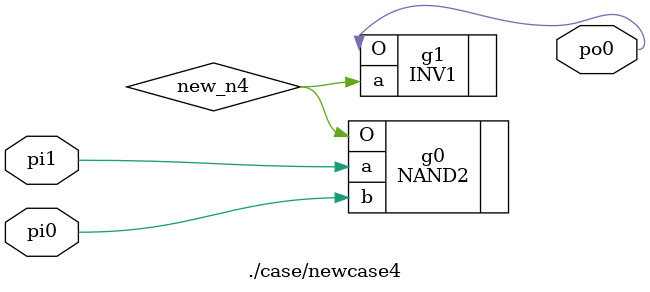
<source format=v>

module \./case/newcase4  ( 
    pi0, pi1,
    po0  );
  input  pi0, pi1;
  output po0;
  wire new_n4;
  NAND2 g0(.a(pi1), .b(pi0), .O(new_n4));
  INV1  g1(.a(new_n4), .O(po0));
endmodule



</source>
